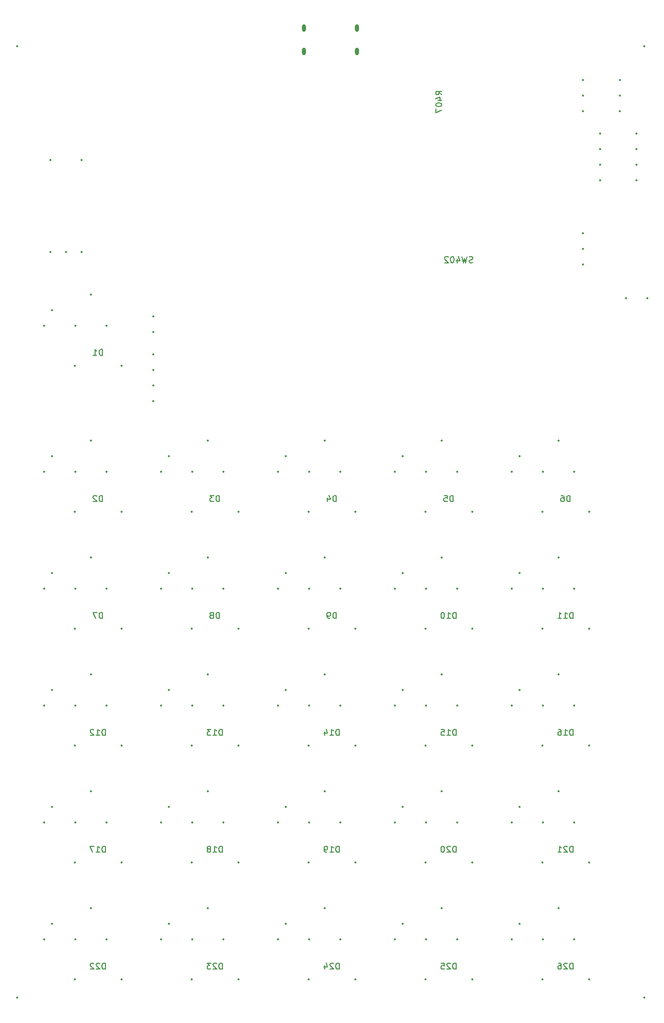
<source format=gbr>
%TF.GenerationSoftware,KiCad,Pcbnew,9.0.7*%
%TF.CreationDate,2026-03-01T07:38:40-05:00*%
%TF.ProjectId,Macropad,4d616372-6f70-4616-942e-6b696361645f,rev?*%
%TF.SameCoordinates,Original*%
%TF.FileFunction,Legend,Bot*%
%TF.FilePolarity,Positive*%
%FSLAX46Y46*%
G04 Gerber Fmt 4.6, Leading zero omitted, Abs format (unit mm)*
G04 Created by KiCad (PCBNEW 9.0.7) date 2026-03-01 07:38:40*
%MOMM*%
%LPD*%
G01*
G04 APERTURE LIST*
%ADD10C,0.150000*%
%ADD11C,0.350000*%
%ADD12O,0.600000X1.200000*%
G04 APERTURE END LIST*
D10*
X33479285Y-76272819D02*
X33479285Y-75272819D01*
X33479285Y-75272819D02*
X33241190Y-75272819D01*
X33241190Y-75272819D02*
X33098333Y-75320438D01*
X33098333Y-75320438D02*
X33003095Y-75415676D01*
X33003095Y-75415676D02*
X32955476Y-75510914D01*
X32955476Y-75510914D02*
X32907857Y-75701390D01*
X32907857Y-75701390D02*
X32907857Y-75844247D01*
X32907857Y-75844247D02*
X32955476Y-76034723D01*
X32955476Y-76034723D02*
X33003095Y-76129961D01*
X33003095Y-76129961D02*
X33098333Y-76225200D01*
X33098333Y-76225200D02*
X33241190Y-76272819D01*
X33241190Y-76272819D02*
X33479285Y-76272819D01*
X31955476Y-76272819D02*
X32526904Y-76272819D01*
X32241190Y-76272819D02*
X32241190Y-75272819D01*
X32241190Y-75272819D02*
X32336428Y-75415676D01*
X32336428Y-75415676D02*
X32431666Y-75510914D01*
X32431666Y-75510914D02*
X32526904Y-75558533D01*
X31622142Y-75272819D02*
X31003095Y-75272819D01*
X31003095Y-75272819D02*
X31336428Y-75653771D01*
X31336428Y-75653771D02*
X31193571Y-75653771D01*
X31193571Y-75653771D02*
X31098333Y-75701390D01*
X31098333Y-75701390D02*
X31050714Y-75749009D01*
X31050714Y-75749009D02*
X31003095Y-75844247D01*
X31003095Y-75844247D02*
X31003095Y-76082342D01*
X31003095Y-76082342D02*
X31050714Y-76177580D01*
X31050714Y-76177580D02*
X31098333Y-76225200D01*
X31098333Y-76225200D02*
X31193571Y-76272819D01*
X31193571Y-76272819D02*
X31479285Y-76272819D01*
X31479285Y-76272819D02*
X31574523Y-76225200D01*
X31574523Y-76225200D02*
X31622142Y-76177580D01*
X52529285Y-76272819D02*
X52529285Y-75272819D01*
X52529285Y-75272819D02*
X52291190Y-75272819D01*
X52291190Y-75272819D02*
X52148333Y-75320438D01*
X52148333Y-75320438D02*
X52053095Y-75415676D01*
X52053095Y-75415676D02*
X52005476Y-75510914D01*
X52005476Y-75510914D02*
X51957857Y-75701390D01*
X51957857Y-75701390D02*
X51957857Y-75844247D01*
X51957857Y-75844247D02*
X52005476Y-76034723D01*
X52005476Y-76034723D02*
X52053095Y-76129961D01*
X52053095Y-76129961D02*
X52148333Y-76225200D01*
X52148333Y-76225200D02*
X52291190Y-76272819D01*
X52291190Y-76272819D02*
X52529285Y-76272819D01*
X51005476Y-76272819D02*
X51576904Y-76272819D01*
X51291190Y-76272819D02*
X51291190Y-75272819D01*
X51291190Y-75272819D02*
X51386428Y-75415676D01*
X51386428Y-75415676D02*
X51481666Y-75510914D01*
X51481666Y-75510914D02*
X51576904Y-75558533D01*
X50148333Y-75606152D02*
X50148333Y-76272819D01*
X50386428Y-75225200D02*
X50624523Y-75939485D01*
X50624523Y-75939485D02*
X50005476Y-75939485D01*
X90629285Y-76272819D02*
X90629285Y-75272819D01*
X90629285Y-75272819D02*
X90391190Y-75272819D01*
X90391190Y-75272819D02*
X90248333Y-75320438D01*
X90248333Y-75320438D02*
X90153095Y-75415676D01*
X90153095Y-75415676D02*
X90105476Y-75510914D01*
X90105476Y-75510914D02*
X90057857Y-75701390D01*
X90057857Y-75701390D02*
X90057857Y-75844247D01*
X90057857Y-75844247D02*
X90105476Y-76034723D01*
X90105476Y-76034723D02*
X90153095Y-76129961D01*
X90153095Y-76129961D02*
X90248333Y-76225200D01*
X90248333Y-76225200D02*
X90391190Y-76272819D01*
X90391190Y-76272819D02*
X90629285Y-76272819D01*
X89105476Y-76272819D02*
X89676904Y-76272819D01*
X89391190Y-76272819D02*
X89391190Y-75272819D01*
X89391190Y-75272819D02*
X89486428Y-75415676D01*
X89486428Y-75415676D02*
X89581666Y-75510914D01*
X89581666Y-75510914D02*
X89676904Y-75558533D01*
X88248333Y-75272819D02*
X88438809Y-75272819D01*
X88438809Y-75272819D02*
X88534047Y-75320438D01*
X88534047Y-75320438D02*
X88581666Y-75368057D01*
X88581666Y-75368057D02*
X88676904Y-75510914D01*
X88676904Y-75510914D02*
X88724523Y-75701390D01*
X88724523Y-75701390D02*
X88724523Y-76082342D01*
X88724523Y-76082342D02*
X88676904Y-76177580D01*
X88676904Y-76177580D02*
X88629285Y-76225200D01*
X88629285Y-76225200D02*
X88534047Y-76272819D01*
X88534047Y-76272819D02*
X88343571Y-76272819D01*
X88343571Y-76272819D02*
X88248333Y-76225200D01*
X88248333Y-76225200D02*
X88200714Y-76177580D01*
X88200714Y-76177580D02*
X88153095Y-76082342D01*
X88153095Y-76082342D02*
X88153095Y-75844247D01*
X88153095Y-75844247D02*
X88200714Y-75749009D01*
X88200714Y-75749009D02*
X88248333Y-75701390D01*
X88248333Y-75701390D02*
X88343571Y-75653771D01*
X88343571Y-75653771D02*
X88534047Y-75653771D01*
X88534047Y-75653771D02*
X88629285Y-75701390D01*
X88629285Y-75701390D02*
X88676904Y-75749009D01*
X88676904Y-75749009D02*
X88724523Y-75844247D01*
X52053094Y-57222819D02*
X52053094Y-56222819D01*
X52053094Y-56222819D02*
X51814999Y-56222819D01*
X51814999Y-56222819D02*
X51672142Y-56270438D01*
X51672142Y-56270438D02*
X51576904Y-56365676D01*
X51576904Y-56365676D02*
X51529285Y-56460914D01*
X51529285Y-56460914D02*
X51481666Y-56651390D01*
X51481666Y-56651390D02*
X51481666Y-56794247D01*
X51481666Y-56794247D02*
X51529285Y-56984723D01*
X51529285Y-56984723D02*
X51576904Y-57079961D01*
X51576904Y-57079961D02*
X51672142Y-57175200D01*
X51672142Y-57175200D02*
X51814999Y-57222819D01*
X51814999Y-57222819D02*
X52053094Y-57222819D01*
X51005475Y-57222819D02*
X50814999Y-57222819D01*
X50814999Y-57222819D02*
X50719761Y-57175200D01*
X50719761Y-57175200D02*
X50672142Y-57127580D01*
X50672142Y-57127580D02*
X50576904Y-56984723D01*
X50576904Y-56984723D02*
X50529285Y-56794247D01*
X50529285Y-56794247D02*
X50529285Y-56413295D01*
X50529285Y-56413295D02*
X50576904Y-56318057D01*
X50576904Y-56318057D02*
X50624523Y-56270438D01*
X50624523Y-56270438D02*
X50719761Y-56222819D01*
X50719761Y-56222819D02*
X50910237Y-56222819D01*
X50910237Y-56222819D02*
X51005475Y-56270438D01*
X51005475Y-56270438D02*
X51053094Y-56318057D01*
X51053094Y-56318057D02*
X51100713Y-56413295D01*
X51100713Y-56413295D02*
X51100713Y-56651390D01*
X51100713Y-56651390D02*
X51053094Y-56746628D01*
X51053094Y-56746628D02*
X51005475Y-56794247D01*
X51005475Y-56794247D02*
X50910237Y-56841866D01*
X50910237Y-56841866D02*
X50719761Y-56841866D01*
X50719761Y-56841866D02*
X50624523Y-56794247D01*
X50624523Y-56794247D02*
X50576904Y-56746628D01*
X50576904Y-56746628D02*
X50529285Y-56651390D01*
X13953094Y-14359819D02*
X13953094Y-13359819D01*
X13953094Y-13359819D02*
X13714999Y-13359819D01*
X13714999Y-13359819D02*
X13572142Y-13407438D01*
X13572142Y-13407438D02*
X13476904Y-13502676D01*
X13476904Y-13502676D02*
X13429285Y-13597914D01*
X13429285Y-13597914D02*
X13381666Y-13788390D01*
X13381666Y-13788390D02*
X13381666Y-13931247D01*
X13381666Y-13931247D02*
X13429285Y-14121723D01*
X13429285Y-14121723D02*
X13476904Y-14216961D01*
X13476904Y-14216961D02*
X13572142Y-14312200D01*
X13572142Y-14312200D02*
X13714999Y-14359819D01*
X13714999Y-14359819D02*
X13953094Y-14359819D01*
X12429285Y-14359819D02*
X13000713Y-14359819D01*
X12714999Y-14359819D02*
X12714999Y-13359819D01*
X12714999Y-13359819D02*
X12810237Y-13502676D01*
X12810237Y-13502676D02*
X12905475Y-13597914D01*
X12905475Y-13597914D02*
X13000713Y-13645533D01*
X71579285Y-57222819D02*
X71579285Y-56222819D01*
X71579285Y-56222819D02*
X71341190Y-56222819D01*
X71341190Y-56222819D02*
X71198333Y-56270438D01*
X71198333Y-56270438D02*
X71103095Y-56365676D01*
X71103095Y-56365676D02*
X71055476Y-56460914D01*
X71055476Y-56460914D02*
X71007857Y-56651390D01*
X71007857Y-56651390D02*
X71007857Y-56794247D01*
X71007857Y-56794247D02*
X71055476Y-56984723D01*
X71055476Y-56984723D02*
X71103095Y-57079961D01*
X71103095Y-57079961D02*
X71198333Y-57175200D01*
X71198333Y-57175200D02*
X71341190Y-57222819D01*
X71341190Y-57222819D02*
X71579285Y-57222819D01*
X70055476Y-57222819D02*
X70626904Y-57222819D01*
X70341190Y-57222819D02*
X70341190Y-56222819D01*
X70341190Y-56222819D02*
X70436428Y-56365676D01*
X70436428Y-56365676D02*
X70531666Y-56460914D01*
X70531666Y-56460914D02*
X70626904Y-56508533D01*
X69436428Y-56222819D02*
X69341190Y-56222819D01*
X69341190Y-56222819D02*
X69245952Y-56270438D01*
X69245952Y-56270438D02*
X69198333Y-56318057D01*
X69198333Y-56318057D02*
X69150714Y-56413295D01*
X69150714Y-56413295D02*
X69103095Y-56603771D01*
X69103095Y-56603771D02*
X69103095Y-56841866D01*
X69103095Y-56841866D02*
X69150714Y-57032342D01*
X69150714Y-57032342D02*
X69198333Y-57127580D01*
X69198333Y-57127580D02*
X69245952Y-57175200D01*
X69245952Y-57175200D02*
X69341190Y-57222819D01*
X69341190Y-57222819D02*
X69436428Y-57222819D01*
X69436428Y-57222819D02*
X69531666Y-57175200D01*
X69531666Y-57175200D02*
X69579285Y-57127580D01*
X69579285Y-57127580D02*
X69626904Y-57032342D01*
X69626904Y-57032342D02*
X69674523Y-56841866D01*
X69674523Y-56841866D02*
X69674523Y-56603771D01*
X69674523Y-56603771D02*
X69626904Y-56413295D01*
X69626904Y-56413295D02*
X69579285Y-56318057D01*
X69579285Y-56318057D02*
X69531666Y-56270438D01*
X69531666Y-56270438D02*
X69436428Y-56222819D01*
X71103094Y-38171819D02*
X71103094Y-37171819D01*
X71103094Y-37171819D02*
X70864999Y-37171819D01*
X70864999Y-37171819D02*
X70722142Y-37219438D01*
X70722142Y-37219438D02*
X70626904Y-37314676D01*
X70626904Y-37314676D02*
X70579285Y-37409914D01*
X70579285Y-37409914D02*
X70531666Y-37600390D01*
X70531666Y-37600390D02*
X70531666Y-37743247D01*
X70531666Y-37743247D02*
X70579285Y-37933723D01*
X70579285Y-37933723D02*
X70626904Y-38028961D01*
X70626904Y-38028961D02*
X70722142Y-38124200D01*
X70722142Y-38124200D02*
X70864999Y-38171819D01*
X70864999Y-38171819D02*
X71103094Y-38171819D01*
X69626904Y-37171819D02*
X70103094Y-37171819D01*
X70103094Y-37171819D02*
X70150713Y-37648009D01*
X70150713Y-37648009D02*
X70103094Y-37600390D01*
X70103094Y-37600390D02*
X70007856Y-37552771D01*
X70007856Y-37552771D02*
X69769761Y-37552771D01*
X69769761Y-37552771D02*
X69674523Y-37600390D01*
X69674523Y-37600390D02*
X69626904Y-37648009D01*
X69626904Y-37648009D02*
X69579285Y-37743247D01*
X69579285Y-37743247D02*
X69579285Y-37981342D01*
X69579285Y-37981342D02*
X69626904Y-38076580D01*
X69626904Y-38076580D02*
X69674523Y-38124200D01*
X69674523Y-38124200D02*
X69769761Y-38171819D01*
X69769761Y-38171819D02*
X70007856Y-38171819D01*
X70007856Y-38171819D02*
X70103094Y-38124200D01*
X70103094Y-38124200D02*
X70150713Y-38076580D01*
X74285713Y792800D02*
X74142856Y745180D01*
X74142856Y745180D02*
X73904761Y745180D01*
X73904761Y745180D02*
X73809523Y792800D01*
X73809523Y792800D02*
X73761904Y840419D01*
X73761904Y840419D02*
X73714285Y935657D01*
X73714285Y935657D02*
X73714285Y1030895D01*
X73714285Y1030895D02*
X73761904Y1126133D01*
X73761904Y1126133D02*
X73809523Y1173752D01*
X73809523Y1173752D02*
X73904761Y1221371D01*
X73904761Y1221371D02*
X74095237Y1268990D01*
X74095237Y1268990D02*
X74190475Y1316609D01*
X74190475Y1316609D02*
X74238094Y1364228D01*
X74238094Y1364228D02*
X74285713Y1459466D01*
X74285713Y1459466D02*
X74285713Y1554704D01*
X74285713Y1554704D02*
X74238094Y1649942D01*
X74238094Y1649942D02*
X74190475Y1697561D01*
X74190475Y1697561D02*
X74095237Y1745180D01*
X74095237Y1745180D02*
X73857142Y1745180D01*
X73857142Y1745180D02*
X73714285Y1697561D01*
X73380951Y1745180D02*
X73142856Y745180D01*
X73142856Y745180D02*
X72952380Y1459466D01*
X72952380Y1459466D02*
X72761904Y745180D01*
X72761904Y745180D02*
X72523809Y1745180D01*
X71714285Y1411847D02*
X71714285Y745180D01*
X71952380Y1792800D02*
X72190475Y1078514D01*
X72190475Y1078514D02*
X71571428Y1078514D01*
X70999999Y1745180D02*
X70904761Y1745180D01*
X70904761Y1745180D02*
X70809523Y1697561D01*
X70809523Y1697561D02*
X70761904Y1649942D01*
X70761904Y1649942D02*
X70714285Y1554704D01*
X70714285Y1554704D02*
X70666666Y1364228D01*
X70666666Y1364228D02*
X70666666Y1126133D01*
X70666666Y1126133D02*
X70714285Y935657D01*
X70714285Y935657D02*
X70761904Y840419D01*
X70761904Y840419D02*
X70809523Y792800D01*
X70809523Y792800D02*
X70904761Y745180D01*
X70904761Y745180D02*
X70999999Y745180D01*
X70999999Y745180D02*
X71095237Y792800D01*
X71095237Y792800D02*
X71142856Y840419D01*
X71142856Y840419D02*
X71190475Y935657D01*
X71190475Y935657D02*
X71238094Y1126133D01*
X71238094Y1126133D02*
X71238094Y1364228D01*
X71238094Y1364228D02*
X71190475Y1554704D01*
X71190475Y1554704D02*
X71142856Y1649942D01*
X71142856Y1649942D02*
X71095237Y1697561D01*
X71095237Y1697561D02*
X70999999Y1745180D01*
X70285713Y1649942D02*
X70238094Y1697561D01*
X70238094Y1697561D02*
X70142856Y1745180D01*
X70142856Y1745180D02*
X69904761Y1745180D01*
X69904761Y1745180D02*
X69809523Y1697561D01*
X69809523Y1697561D02*
X69761904Y1649942D01*
X69761904Y1649942D02*
X69714285Y1554704D01*
X69714285Y1554704D02*
X69714285Y1459466D01*
X69714285Y1459466D02*
X69761904Y1316609D01*
X69761904Y1316609D02*
X70333332Y745180D01*
X70333332Y745180D02*
X69714285Y745180D01*
X52053094Y-38171819D02*
X52053094Y-37171819D01*
X52053094Y-37171819D02*
X51814999Y-37171819D01*
X51814999Y-37171819D02*
X51672142Y-37219438D01*
X51672142Y-37219438D02*
X51576904Y-37314676D01*
X51576904Y-37314676D02*
X51529285Y-37409914D01*
X51529285Y-37409914D02*
X51481666Y-37600390D01*
X51481666Y-37600390D02*
X51481666Y-37743247D01*
X51481666Y-37743247D02*
X51529285Y-37933723D01*
X51529285Y-37933723D02*
X51576904Y-38028961D01*
X51576904Y-38028961D02*
X51672142Y-38124200D01*
X51672142Y-38124200D02*
X51814999Y-38171819D01*
X51814999Y-38171819D02*
X52053094Y-38171819D01*
X50624523Y-37505152D02*
X50624523Y-38171819D01*
X50862618Y-37124200D02*
X51100713Y-37838485D01*
X51100713Y-37838485D02*
X50481666Y-37838485D01*
X90153094Y-38171819D02*
X90153094Y-37171819D01*
X90153094Y-37171819D02*
X89914999Y-37171819D01*
X89914999Y-37171819D02*
X89772142Y-37219438D01*
X89772142Y-37219438D02*
X89676904Y-37314676D01*
X89676904Y-37314676D02*
X89629285Y-37409914D01*
X89629285Y-37409914D02*
X89581666Y-37600390D01*
X89581666Y-37600390D02*
X89581666Y-37743247D01*
X89581666Y-37743247D02*
X89629285Y-37933723D01*
X89629285Y-37933723D02*
X89676904Y-38028961D01*
X89676904Y-38028961D02*
X89772142Y-38124200D01*
X89772142Y-38124200D02*
X89914999Y-38171819D01*
X89914999Y-38171819D02*
X90153094Y-38171819D01*
X88724523Y-37171819D02*
X88914999Y-37171819D01*
X88914999Y-37171819D02*
X89010237Y-37219438D01*
X89010237Y-37219438D02*
X89057856Y-37267057D01*
X89057856Y-37267057D02*
X89153094Y-37409914D01*
X89153094Y-37409914D02*
X89200713Y-37600390D01*
X89200713Y-37600390D02*
X89200713Y-37981342D01*
X89200713Y-37981342D02*
X89153094Y-38076580D01*
X89153094Y-38076580D02*
X89105475Y-38124200D01*
X89105475Y-38124200D02*
X89010237Y-38171819D01*
X89010237Y-38171819D02*
X88819761Y-38171819D01*
X88819761Y-38171819D02*
X88724523Y-38124200D01*
X88724523Y-38124200D02*
X88676904Y-38076580D01*
X88676904Y-38076580D02*
X88629285Y-37981342D01*
X88629285Y-37981342D02*
X88629285Y-37743247D01*
X88629285Y-37743247D02*
X88676904Y-37648009D01*
X88676904Y-37648009D02*
X88724523Y-37600390D01*
X88724523Y-37600390D02*
X88819761Y-37552771D01*
X88819761Y-37552771D02*
X89010237Y-37552771D01*
X89010237Y-37552771D02*
X89105475Y-37600390D01*
X89105475Y-37600390D02*
X89153094Y-37648009D01*
X89153094Y-37648009D02*
X89200713Y-37743247D01*
X13953094Y-38171819D02*
X13953094Y-37171819D01*
X13953094Y-37171819D02*
X13714999Y-37171819D01*
X13714999Y-37171819D02*
X13572142Y-37219438D01*
X13572142Y-37219438D02*
X13476904Y-37314676D01*
X13476904Y-37314676D02*
X13429285Y-37409914D01*
X13429285Y-37409914D02*
X13381666Y-37600390D01*
X13381666Y-37600390D02*
X13381666Y-37743247D01*
X13381666Y-37743247D02*
X13429285Y-37933723D01*
X13429285Y-37933723D02*
X13476904Y-38028961D01*
X13476904Y-38028961D02*
X13572142Y-38124200D01*
X13572142Y-38124200D02*
X13714999Y-38171819D01*
X13714999Y-38171819D02*
X13953094Y-38171819D01*
X13000713Y-37267057D02*
X12953094Y-37219438D01*
X12953094Y-37219438D02*
X12857856Y-37171819D01*
X12857856Y-37171819D02*
X12619761Y-37171819D01*
X12619761Y-37171819D02*
X12524523Y-37219438D01*
X12524523Y-37219438D02*
X12476904Y-37267057D01*
X12476904Y-37267057D02*
X12429285Y-37362295D01*
X12429285Y-37362295D02*
X12429285Y-37457533D01*
X12429285Y-37457533D02*
X12476904Y-37600390D01*
X12476904Y-37600390D02*
X13048332Y-38171819D01*
X13048332Y-38171819D02*
X12429285Y-38171819D01*
X33479285Y-114372819D02*
X33479285Y-113372819D01*
X33479285Y-113372819D02*
X33241190Y-113372819D01*
X33241190Y-113372819D02*
X33098333Y-113420438D01*
X33098333Y-113420438D02*
X33003095Y-113515676D01*
X33003095Y-113515676D02*
X32955476Y-113610914D01*
X32955476Y-113610914D02*
X32907857Y-113801390D01*
X32907857Y-113801390D02*
X32907857Y-113944247D01*
X32907857Y-113944247D02*
X32955476Y-114134723D01*
X32955476Y-114134723D02*
X33003095Y-114229961D01*
X33003095Y-114229961D02*
X33098333Y-114325200D01*
X33098333Y-114325200D02*
X33241190Y-114372819D01*
X33241190Y-114372819D02*
X33479285Y-114372819D01*
X32526904Y-113468057D02*
X32479285Y-113420438D01*
X32479285Y-113420438D02*
X32384047Y-113372819D01*
X32384047Y-113372819D02*
X32145952Y-113372819D01*
X32145952Y-113372819D02*
X32050714Y-113420438D01*
X32050714Y-113420438D02*
X32003095Y-113468057D01*
X32003095Y-113468057D02*
X31955476Y-113563295D01*
X31955476Y-113563295D02*
X31955476Y-113658533D01*
X31955476Y-113658533D02*
X32003095Y-113801390D01*
X32003095Y-113801390D02*
X32574523Y-114372819D01*
X32574523Y-114372819D02*
X31955476Y-114372819D01*
X31622142Y-113372819D02*
X31003095Y-113372819D01*
X31003095Y-113372819D02*
X31336428Y-113753771D01*
X31336428Y-113753771D02*
X31193571Y-113753771D01*
X31193571Y-113753771D02*
X31098333Y-113801390D01*
X31098333Y-113801390D02*
X31050714Y-113849009D01*
X31050714Y-113849009D02*
X31003095Y-113944247D01*
X31003095Y-113944247D02*
X31003095Y-114182342D01*
X31003095Y-114182342D02*
X31050714Y-114277580D01*
X31050714Y-114277580D02*
X31098333Y-114325200D01*
X31098333Y-114325200D02*
X31193571Y-114372819D01*
X31193571Y-114372819D02*
X31479285Y-114372819D01*
X31479285Y-114372819D02*
X31574523Y-114325200D01*
X31574523Y-114325200D02*
X31622142Y-114277580D01*
X33003094Y-38171819D02*
X33003094Y-37171819D01*
X33003094Y-37171819D02*
X32764999Y-37171819D01*
X32764999Y-37171819D02*
X32622142Y-37219438D01*
X32622142Y-37219438D02*
X32526904Y-37314676D01*
X32526904Y-37314676D02*
X32479285Y-37409914D01*
X32479285Y-37409914D02*
X32431666Y-37600390D01*
X32431666Y-37600390D02*
X32431666Y-37743247D01*
X32431666Y-37743247D02*
X32479285Y-37933723D01*
X32479285Y-37933723D02*
X32526904Y-38028961D01*
X32526904Y-38028961D02*
X32622142Y-38124200D01*
X32622142Y-38124200D02*
X32764999Y-38171819D01*
X32764999Y-38171819D02*
X33003094Y-38171819D01*
X32098332Y-37171819D02*
X31479285Y-37171819D01*
X31479285Y-37171819D02*
X31812618Y-37552771D01*
X31812618Y-37552771D02*
X31669761Y-37552771D01*
X31669761Y-37552771D02*
X31574523Y-37600390D01*
X31574523Y-37600390D02*
X31526904Y-37648009D01*
X31526904Y-37648009D02*
X31479285Y-37743247D01*
X31479285Y-37743247D02*
X31479285Y-37981342D01*
X31479285Y-37981342D02*
X31526904Y-38076580D01*
X31526904Y-38076580D02*
X31574523Y-38124200D01*
X31574523Y-38124200D02*
X31669761Y-38171819D01*
X31669761Y-38171819D02*
X31955475Y-38171819D01*
X31955475Y-38171819D02*
X32050713Y-38124200D01*
X32050713Y-38124200D02*
X32098332Y-38076580D01*
X52529285Y-95321819D02*
X52529285Y-94321819D01*
X52529285Y-94321819D02*
X52291190Y-94321819D01*
X52291190Y-94321819D02*
X52148333Y-94369438D01*
X52148333Y-94369438D02*
X52053095Y-94464676D01*
X52053095Y-94464676D02*
X52005476Y-94559914D01*
X52005476Y-94559914D02*
X51957857Y-94750390D01*
X51957857Y-94750390D02*
X51957857Y-94893247D01*
X51957857Y-94893247D02*
X52005476Y-95083723D01*
X52005476Y-95083723D02*
X52053095Y-95178961D01*
X52053095Y-95178961D02*
X52148333Y-95274200D01*
X52148333Y-95274200D02*
X52291190Y-95321819D01*
X52291190Y-95321819D02*
X52529285Y-95321819D01*
X51005476Y-95321819D02*
X51576904Y-95321819D01*
X51291190Y-95321819D02*
X51291190Y-94321819D01*
X51291190Y-94321819D02*
X51386428Y-94464676D01*
X51386428Y-94464676D02*
X51481666Y-94559914D01*
X51481666Y-94559914D02*
X51576904Y-94607533D01*
X50529285Y-95321819D02*
X50338809Y-95321819D01*
X50338809Y-95321819D02*
X50243571Y-95274200D01*
X50243571Y-95274200D02*
X50195952Y-95226580D01*
X50195952Y-95226580D02*
X50100714Y-95083723D01*
X50100714Y-95083723D02*
X50053095Y-94893247D01*
X50053095Y-94893247D02*
X50053095Y-94512295D01*
X50053095Y-94512295D02*
X50100714Y-94417057D01*
X50100714Y-94417057D02*
X50148333Y-94369438D01*
X50148333Y-94369438D02*
X50243571Y-94321819D01*
X50243571Y-94321819D02*
X50434047Y-94321819D01*
X50434047Y-94321819D02*
X50529285Y-94369438D01*
X50529285Y-94369438D02*
X50576904Y-94417057D01*
X50576904Y-94417057D02*
X50624523Y-94512295D01*
X50624523Y-94512295D02*
X50624523Y-94750390D01*
X50624523Y-94750390D02*
X50576904Y-94845628D01*
X50576904Y-94845628D02*
X50529285Y-94893247D01*
X50529285Y-94893247D02*
X50434047Y-94940866D01*
X50434047Y-94940866D02*
X50243571Y-94940866D01*
X50243571Y-94940866D02*
X50148333Y-94893247D01*
X50148333Y-94893247D02*
X50100714Y-94845628D01*
X50100714Y-94845628D02*
X50053095Y-94750390D01*
X52529285Y-114372819D02*
X52529285Y-113372819D01*
X52529285Y-113372819D02*
X52291190Y-113372819D01*
X52291190Y-113372819D02*
X52148333Y-113420438D01*
X52148333Y-113420438D02*
X52053095Y-113515676D01*
X52053095Y-113515676D02*
X52005476Y-113610914D01*
X52005476Y-113610914D02*
X51957857Y-113801390D01*
X51957857Y-113801390D02*
X51957857Y-113944247D01*
X51957857Y-113944247D02*
X52005476Y-114134723D01*
X52005476Y-114134723D02*
X52053095Y-114229961D01*
X52053095Y-114229961D02*
X52148333Y-114325200D01*
X52148333Y-114325200D02*
X52291190Y-114372819D01*
X52291190Y-114372819D02*
X52529285Y-114372819D01*
X51576904Y-113468057D02*
X51529285Y-113420438D01*
X51529285Y-113420438D02*
X51434047Y-113372819D01*
X51434047Y-113372819D02*
X51195952Y-113372819D01*
X51195952Y-113372819D02*
X51100714Y-113420438D01*
X51100714Y-113420438D02*
X51053095Y-113468057D01*
X51053095Y-113468057D02*
X51005476Y-113563295D01*
X51005476Y-113563295D02*
X51005476Y-113658533D01*
X51005476Y-113658533D02*
X51053095Y-113801390D01*
X51053095Y-113801390D02*
X51624523Y-114372819D01*
X51624523Y-114372819D02*
X51005476Y-114372819D01*
X50148333Y-113706152D02*
X50148333Y-114372819D01*
X50386428Y-113325200D02*
X50624523Y-114039485D01*
X50624523Y-114039485D02*
X50005476Y-114039485D01*
X71579285Y-76272819D02*
X71579285Y-75272819D01*
X71579285Y-75272819D02*
X71341190Y-75272819D01*
X71341190Y-75272819D02*
X71198333Y-75320438D01*
X71198333Y-75320438D02*
X71103095Y-75415676D01*
X71103095Y-75415676D02*
X71055476Y-75510914D01*
X71055476Y-75510914D02*
X71007857Y-75701390D01*
X71007857Y-75701390D02*
X71007857Y-75844247D01*
X71007857Y-75844247D02*
X71055476Y-76034723D01*
X71055476Y-76034723D02*
X71103095Y-76129961D01*
X71103095Y-76129961D02*
X71198333Y-76225200D01*
X71198333Y-76225200D02*
X71341190Y-76272819D01*
X71341190Y-76272819D02*
X71579285Y-76272819D01*
X70055476Y-76272819D02*
X70626904Y-76272819D01*
X70341190Y-76272819D02*
X70341190Y-75272819D01*
X70341190Y-75272819D02*
X70436428Y-75415676D01*
X70436428Y-75415676D02*
X70531666Y-75510914D01*
X70531666Y-75510914D02*
X70626904Y-75558533D01*
X69150714Y-75272819D02*
X69626904Y-75272819D01*
X69626904Y-75272819D02*
X69674523Y-75749009D01*
X69674523Y-75749009D02*
X69626904Y-75701390D01*
X69626904Y-75701390D02*
X69531666Y-75653771D01*
X69531666Y-75653771D02*
X69293571Y-75653771D01*
X69293571Y-75653771D02*
X69198333Y-75701390D01*
X69198333Y-75701390D02*
X69150714Y-75749009D01*
X69150714Y-75749009D02*
X69103095Y-75844247D01*
X69103095Y-75844247D02*
X69103095Y-76082342D01*
X69103095Y-76082342D02*
X69150714Y-76177580D01*
X69150714Y-76177580D02*
X69198333Y-76225200D01*
X69198333Y-76225200D02*
X69293571Y-76272819D01*
X69293571Y-76272819D02*
X69531666Y-76272819D01*
X69531666Y-76272819D02*
X69626904Y-76225200D01*
X69626904Y-76225200D02*
X69674523Y-76177580D01*
X69254819Y28119047D02*
X68778628Y28452380D01*
X69254819Y28690475D02*
X68254819Y28690475D01*
X68254819Y28690475D02*
X68254819Y28309523D01*
X68254819Y28309523D02*
X68302438Y28214285D01*
X68302438Y28214285D02*
X68350057Y28166666D01*
X68350057Y28166666D02*
X68445295Y28119047D01*
X68445295Y28119047D02*
X68588152Y28119047D01*
X68588152Y28119047D02*
X68683390Y28166666D01*
X68683390Y28166666D02*
X68731009Y28214285D01*
X68731009Y28214285D02*
X68778628Y28309523D01*
X68778628Y28309523D02*
X68778628Y28690475D01*
X68588152Y27261904D02*
X69254819Y27261904D01*
X68207200Y27499999D02*
X68921485Y27738094D01*
X68921485Y27738094D02*
X68921485Y27119047D01*
X68254819Y26547618D02*
X68254819Y26452380D01*
X68254819Y26452380D02*
X68302438Y26357142D01*
X68302438Y26357142D02*
X68350057Y26309523D01*
X68350057Y26309523D02*
X68445295Y26261904D01*
X68445295Y26261904D02*
X68635771Y26214285D01*
X68635771Y26214285D02*
X68873866Y26214285D01*
X68873866Y26214285D02*
X69064342Y26261904D01*
X69064342Y26261904D02*
X69159580Y26309523D01*
X69159580Y26309523D02*
X69207200Y26357142D01*
X69207200Y26357142D02*
X69254819Y26452380D01*
X69254819Y26452380D02*
X69254819Y26547618D01*
X69254819Y26547618D02*
X69207200Y26642856D01*
X69207200Y26642856D02*
X69159580Y26690475D01*
X69159580Y26690475D02*
X69064342Y26738094D01*
X69064342Y26738094D02*
X68873866Y26785713D01*
X68873866Y26785713D02*
X68635771Y26785713D01*
X68635771Y26785713D02*
X68445295Y26738094D01*
X68445295Y26738094D02*
X68350057Y26690475D01*
X68350057Y26690475D02*
X68302438Y26642856D01*
X68302438Y26642856D02*
X68254819Y26547618D01*
X68254819Y25880951D02*
X68254819Y25214285D01*
X68254819Y25214285D02*
X69254819Y25642856D01*
X71579285Y-114372819D02*
X71579285Y-113372819D01*
X71579285Y-113372819D02*
X71341190Y-113372819D01*
X71341190Y-113372819D02*
X71198333Y-113420438D01*
X71198333Y-113420438D02*
X71103095Y-113515676D01*
X71103095Y-113515676D02*
X71055476Y-113610914D01*
X71055476Y-113610914D02*
X71007857Y-113801390D01*
X71007857Y-113801390D02*
X71007857Y-113944247D01*
X71007857Y-113944247D02*
X71055476Y-114134723D01*
X71055476Y-114134723D02*
X71103095Y-114229961D01*
X71103095Y-114229961D02*
X71198333Y-114325200D01*
X71198333Y-114325200D02*
X71341190Y-114372819D01*
X71341190Y-114372819D02*
X71579285Y-114372819D01*
X70626904Y-113468057D02*
X70579285Y-113420438D01*
X70579285Y-113420438D02*
X70484047Y-113372819D01*
X70484047Y-113372819D02*
X70245952Y-113372819D01*
X70245952Y-113372819D02*
X70150714Y-113420438D01*
X70150714Y-113420438D02*
X70103095Y-113468057D01*
X70103095Y-113468057D02*
X70055476Y-113563295D01*
X70055476Y-113563295D02*
X70055476Y-113658533D01*
X70055476Y-113658533D02*
X70103095Y-113801390D01*
X70103095Y-113801390D02*
X70674523Y-114372819D01*
X70674523Y-114372819D02*
X70055476Y-114372819D01*
X69150714Y-113372819D02*
X69626904Y-113372819D01*
X69626904Y-113372819D02*
X69674523Y-113849009D01*
X69674523Y-113849009D02*
X69626904Y-113801390D01*
X69626904Y-113801390D02*
X69531666Y-113753771D01*
X69531666Y-113753771D02*
X69293571Y-113753771D01*
X69293571Y-113753771D02*
X69198333Y-113801390D01*
X69198333Y-113801390D02*
X69150714Y-113849009D01*
X69150714Y-113849009D02*
X69103095Y-113944247D01*
X69103095Y-113944247D02*
X69103095Y-114182342D01*
X69103095Y-114182342D02*
X69150714Y-114277580D01*
X69150714Y-114277580D02*
X69198333Y-114325200D01*
X69198333Y-114325200D02*
X69293571Y-114372819D01*
X69293571Y-114372819D02*
X69531666Y-114372819D01*
X69531666Y-114372819D02*
X69626904Y-114325200D01*
X69626904Y-114325200D02*
X69674523Y-114277580D01*
X33479285Y-95321819D02*
X33479285Y-94321819D01*
X33479285Y-94321819D02*
X33241190Y-94321819D01*
X33241190Y-94321819D02*
X33098333Y-94369438D01*
X33098333Y-94369438D02*
X33003095Y-94464676D01*
X33003095Y-94464676D02*
X32955476Y-94559914D01*
X32955476Y-94559914D02*
X32907857Y-94750390D01*
X32907857Y-94750390D02*
X32907857Y-94893247D01*
X32907857Y-94893247D02*
X32955476Y-95083723D01*
X32955476Y-95083723D02*
X33003095Y-95178961D01*
X33003095Y-95178961D02*
X33098333Y-95274200D01*
X33098333Y-95274200D02*
X33241190Y-95321819D01*
X33241190Y-95321819D02*
X33479285Y-95321819D01*
X31955476Y-95321819D02*
X32526904Y-95321819D01*
X32241190Y-95321819D02*
X32241190Y-94321819D01*
X32241190Y-94321819D02*
X32336428Y-94464676D01*
X32336428Y-94464676D02*
X32431666Y-94559914D01*
X32431666Y-94559914D02*
X32526904Y-94607533D01*
X31384047Y-94750390D02*
X31479285Y-94702771D01*
X31479285Y-94702771D02*
X31526904Y-94655152D01*
X31526904Y-94655152D02*
X31574523Y-94559914D01*
X31574523Y-94559914D02*
X31574523Y-94512295D01*
X31574523Y-94512295D02*
X31526904Y-94417057D01*
X31526904Y-94417057D02*
X31479285Y-94369438D01*
X31479285Y-94369438D02*
X31384047Y-94321819D01*
X31384047Y-94321819D02*
X31193571Y-94321819D01*
X31193571Y-94321819D02*
X31098333Y-94369438D01*
X31098333Y-94369438D02*
X31050714Y-94417057D01*
X31050714Y-94417057D02*
X31003095Y-94512295D01*
X31003095Y-94512295D02*
X31003095Y-94559914D01*
X31003095Y-94559914D02*
X31050714Y-94655152D01*
X31050714Y-94655152D02*
X31098333Y-94702771D01*
X31098333Y-94702771D02*
X31193571Y-94750390D01*
X31193571Y-94750390D02*
X31384047Y-94750390D01*
X31384047Y-94750390D02*
X31479285Y-94798009D01*
X31479285Y-94798009D02*
X31526904Y-94845628D01*
X31526904Y-94845628D02*
X31574523Y-94940866D01*
X31574523Y-94940866D02*
X31574523Y-95131342D01*
X31574523Y-95131342D02*
X31526904Y-95226580D01*
X31526904Y-95226580D02*
X31479285Y-95274200D01*
X31479285Y-95274200D02*
X31384047Y-95321819D01*
X31384047Y-95321819D02*
X31193571Y-95321819D01*
X31193571Y-95321819D02*
X31098333Y-95274200D01*
X31098333Y-95274200D02*
X31050714Y-95226580D01*
X31050714Y-95226580D02*
X31003095Y-95131342D01*
X31003095Y-95131342D02*
X31003095Y-94940866D01*
X31003095Y-94940866D02*
X31050714Y-94845628D01*
X31050714Y-94845628D02*
X31098333Y-94798009D01*
X31098333Y-94798009D02*
X31193571Y-94750390D01*
X14429285Y-76272819D02*
X14429285Y-75272819D01*
X14429285Y-75272819D02*
X14191190Y-75272819D01*
X14191190Y-75272819D02*
X14048333Y-75320438D01*
X14048333Y-75320438D02*
X13953095Y-75415676D01*
X13953095Y-75415676D02*
X13905476Y-75510914D01*
X13905476Y-75510914D02*
X13857857Y-75701390D01*
X13857857Y-75701390D02*
X13857857Y-75844247D01*
X13857857Y-75844247D02*
X13905476Y-76034723D01*
X13905476Y-76034723D02*
X13953095Y-76129961D01*
X13953095Y-76129961D02*
X14048333Y-76225200D01*
X14048333Y-76225200D02*
X14191190Y-76272819D01*
X14191190Y-76272819D02*
X14429285Y-76272819D01*
X12905476Y-76272819D02*
X13476904Y-76272819D01*
X13191190Y-76272819D02*
X13191190Y-75272819D01*
X13191190Y-75272819D02*
X13286428Y-75415676D01*
X13286428Y-75415676D02*
X13381666Y-75510914D01*
X13381666Y-75510914D02*
X13476904Y-75558533D01*
X12524523Y-75368057D02*
X12476904Y-75320438D01*
X12476904Y-75320438D02*
X12381666Y-75272819D01*
X12381666Y-75272819D02*
X12143571Y-75272819D01*
X12143571Y-75272819D02*
X12048333Y-75320438D01*
X12048333Y-75320438D02*
X12000714Y-75368057D01*
X12000714Y-75368057D02*
X11953095Y-75463295D01*
X11953095Y-75463295D02*
X11953095Y-75558533D01*
X11953095Y-75558533D02*
X12000714Y-75701390D01*
X12000714Y-75701390D02*
X12572142Y-76272819D01*
X12572142Y-76272819D02*
X11953095Y-76272819D01*
X33003094Y-57222819D02*
X33003094Y-56222819D01*
X33003094Y-56222819D02*
X32764999Y-56222819D01*
X32764999Y-56222819D02*
X32622142Y-56270438D01*
X32622142Y-56270438D02*
X32526904Y-56365676D01*
X32526904Y-56365676D02*
X32479285Y-56460914D01*
X32479285Y-56460914D02*
X32431666Y-56651390D01*
X32431666Y-56651390D02*
X32431666Y-56794247D01*
X32431666Y-56794247D02*
X32479285Y-56984723D01*
X32479285Y-56984723D02*
X32526904Y-57079961D01*
X32526904Y-57079961D02*
X32622142Y-57175200D01*
X32622142Y-57175200D02*
X32764999Y-57222819D01*
X32764999Y-57222819D02*
X33003094Y-57222819D01*
X31860237Y-56651390D02*
X31955475Y-56603771D01*
X31955475Y-56603771D02*
X32003094Y-56556152D01*
X32003094Y-56556152D02*
X32050713Y-56460914D01*
X32050713Y-56460914D02*
X32050713Y-56413295D01*
X32050713Y-56413295D02*
X32003094Y-56318057D01*
X32003094Y-56318057D02*
X31955475Y-56270438D01*
X31955475Y-56270438D02*
X31860237Y-56222819D01*
X31860237Y-56222819D02*
X31669761Y-56222819D01*
X31669761Y-56222819D02*
X31574523Y-56270438D01*
X31574523Y-56270438D02*
X31526904Y-56318057D01*
X31526904Y-56318057D02*
X31479285Y-56413295D01*
X31479285Y-56413295D02*
X31479285Y-56460914D01*
X31479285Y-56460914D02*
X31526904Y-56556152D01*
X31526904Y-56556152D02*
X31574523Y-56603771D01*
X31574523Y-56603771D02*
X31669761Y-56651390D01*
X31669761Y-56651390D02*
X31860237Y-56651390D01*
X31860237Y-56651390D02*
X31955475Y-56699009D01*
X31955475Y-56699009D02*
X32003094Y-56746628D01*
X32003094Y-56746628D02*
X32050713Y-56841866D01*
X32050713Y-56841866D02*
X32050713Y-57032342D01*
X32050713Y-57032342D02*
X32003094Y-57127580D01*
X32003094Y-57127580D02*
X31955475Y-57175200D01*
X31955475Y-57175200D02*
X31860237Y-57222819D01*
X31860237Y-57222819D02*
X31669761Y-57222819D01*
X31669761Y-57222819D02*
X31574523Y-57175200D01*
X31574523Y-57175200D02*
X31526904Y-57127580D01*
X31526904Y-57127580D02*
X31479285Y-57032342D01*
X31479285Y-57032342D02*
X31479285Y-56841866D01*
X31479285Y-56841866D02*
X31526904Y-56746628D01*
X31526904Y-56746628D02*
X31574523Y-56699009D01*
X31574523Y-56699009D02*
X31669761Y-56651390D01*
X90629285Y-95321819D02*
X90629285Y-94321819D01*
X90629285Y-94321819D02*
X90391190Y-94321819D01*
X90391190Y-94321819D02*
X90248333Y-94369438D01*
X90248333Y-94369438D02*
X90153095Y-94464676D01*
X90153095Y-94464676D02*
X90105476Y-94559914D01*
X90105476Y-94559914D02*
X90057857Y-94750390D01*
X90057857Y-94750390D02*
X90057857Y-94893247D01*
X90057857Y-94893247D02*
X90105476Y-95083723D01*
X90105476Y-95083723D02*
X90153095Y-95178961D01*
X90153095Y-95178961D02*
X90248333Y-95274200D01*
X90248333Y-95274200D02*
X90391190Y-95321819D01*
X90391190Y-95321819D02*
X90629285Y-95321819D01*
X89676904Y-94417057D02*
X89629285Y-94369438D01*
X89629285Y-94369438D02*
X89534047Y-94321819D01*
X89534047Y-94321819D02*
X89295952Y-94321819D01*
X89295952Y-94321819D02*
X89200714Y-94369438D01*
X89200714Y-94369438D02*
X89153095Y-94417057D01*
X89153095Y-94417057D02*
X89105476Y-94512295D01*
X89105476Y-94512295D02*
X89105476Y-94607533D01*
X89105476Y-94607533D02*
X89153095Y-94750390D01*
X89153095Y-94750390D02*
X89724523Y-95321819D01*
X89724523Y-95321819D02*
X89105476Y-95321819D01*
X88153095Y-95321819D02*
X88724523Y-95321819D01*
X88438809Y-95321819D02*
X88438809Y-94321819D01*
X88438809Y-94321819D02*
X88534047Y-94464676D01*
X88534047Y-94464676D02*
X88629285Y-94559914D01*
X88629285Y-94559914D02*
X88724523Y-94607533D01*
X90629285Y-114372819D02*
X90629285Y-113372819D01*
X90629285Y-113372819D02*
X90391190Y-113372819D01*
X90391190Y-113372819D02*
X90248333Y-113420438D01*
X90248333Y-113420438D02*
X90153095Y-113515676D01*
X90153095Y-113515676D02*
X90105476Y-113610914D01*
X90105476Y-113610914D02*
X90057857Y-113801390D01*
X90057857Y-113801390D02*
X90057857Y-113944247D01*
X90057857Y-113944247D02*
X90105476Y-114134723D01*
X90105476Y-114134723D02*
X90153095Y-114229961D01*
X90153095Y-114229961D02*
X90248333Y-114325200D01*
X90248333Y-114325200D02*
X90391190Y-114372819D01*
X90391190Y-114372819D02*
X90629285Y-114372819D01*
X89676904Y-113468057D02*
X89629285Y-113420438D01*
X89629285Y-113420438D02*
X89534047Y-113372819D01*
X89534047Y-113372819D02*
X89295952Y-113372819D01*
X89295952Y-113372819D02*
X89200714Y-113420438D01*
X89200714Y-113420438D02*
X89153095Y-113468057D01*
X89153095Y-113468057D02*
X89105476Y-113563295D01*
X89105476Y-113563295D02*
X89105476Y-113658533D01*
X89105476Y-113658533D02*
X89153095Y-113801390D01*
X89153095Y-113801390D02*
X89724523Y-114372819D01*
X89724523Y-114372819D02*
X89105476Y-114372819D01*
X88248333Y-113372819D02*
X88438809Y-113372819D01*
X88438809Y-113372819D02*
X88534047Y-113420438D01*
X88534047Y-113420438D02*
X88581666Y-113468057D01*
X88581666Y-113468057D02*
X88676904Y-113610914D01*
X88676904Y-113610914D02*
X88724523Y-113801390D01*
X88724523Y-113801390D02*
X88724523Y-114182342D01*
X88724523Y-114182342D02*
X88676904Y-114277580D01*
X88676904Y-114277580D02*
X88629285Y-114325200D01*
X88629285Y-114325200D02*
X88534047Y-114372819D01*
X88534047Y-114372819D02*
X88343571Y-114372819D01*
X88343571Y-114372819D02*
X88248333Y-114325200D01*
X88248333Y-114325200D02*
X88200714Y-114277580D01*
X88200714Y-114277580D02*
X88153095Y-114182342D01*
X88153095Y-114182342D02*
X88153095Y-113944247D01*
X88153095Y-113944247D02*
X88200714Y-113849009D01*
X88200714Y-113849009D02*
X88248333Y-113801390D01*
X88248333Y-113801390D02*
X88343571Y-113753771D01*
X88343571Y-113753771D02*
X88534047Y-113753771D01*
X88534047Y-113753771D02*
X88629285Y-113801390D01*
X88629285Y-113801390D02*
X88676904Y-113849009D01*
X88676904Y-113849009D02*
X88724523Y-113944247D01*
X90629285Y-57222819D02*
X90629285Y-56222819D01*
X90629285Y-56222819D02*
X90391190Y-56222819D01*
X90391190Y-56222819D02*
X90248333Y-56270438D01*
X90248333Y-56270438D02*
X90153095Y-56365676D01*
X90153095Y-56365676D02*
X90105476Y-56460914D01*
X90105476Y-56460914D02*
X90057857Y-56651390D01*
X90057857Y-56651390D02*
X90057857Y-56794247D01*
X90057857Y-56794247D02*
X90105476Y-56984723D01*
X90105476Y-56984723D02*
X90153095Y-57079961D01*
X90153095Y-57079961D02*
X90248333Y-57175200D01*
X90248333Y-57175200D02*
X90391190Y-57222819D01*
X90391190Y-57222819D02*
X90629285Y-57222819D01*
X89105476Y-57222819D02*
X89676904Y-57222819D01*
X89391190Y-57222819D02*
X89391190Y-56222819D01*
X89391190Y-56222819D02*
X89486428Y-56365676D01*
X89486428Y-56365676D02*
X89581666Y-56460914D01*
X89581666Y-56460914D02*
X89676904Y-56508533D01*
X88153095Y-57222819D02*
X88724523Y-57222819D01*
X88438809Y-57222819D02*
X88438809Y-56222819D01*
X88438809Y-56222819D02*
X88534047Y-56365676D01*
X88534047Y-56365676D02*
X88629285Y-56460914D01*
X88629285Y-56460914D02*
X88724523Y-56508533D01*
X13953094Y-57222819D02*
X13953094Y-56222819D01*
X13953094Y-56222819D02*
X13714999Y-56222819D01*
X13714999Y-56222819D02*
X13572142Y-56270438D01*
X13572142Y-56270438D02*
X13476904Y-56365676D01*
X13476904Y-56365676D02*
X13429285Y-56460914D01*
X13429285Y-56460914D02*
X13381666Y-56651390D01*
X13381666Y-56651390D02*
X13381666Y-56794247D01*
X13381666Y-56794247D02*
X13429285Y-56984723D01*
X13429285Y-56984723D02*
X13476904Y-57079961D01*
X13476904Y-57079961D02*
X13572142Y-57175200D01*
X13572142Y-57175200D02*
X13714999Y-57222819D01*
X13714999Y-57222819D02*
X13953094Y-57222819D01*
X13048332Y-56222819D02*
X12381666Y-56222819D01*
X12381666Y-56222819D02*
X12810237Y-57222819D01*
X14429285Y-114372819D02*
X14429285Y-113372819D01*
X14429285Y-113372819D02*
X14191190Y-113372819D01*
X14191190Y-113372819D02*
X14048333Y-113420438D01*
X14048333Y-113420438D02*
X13953095Y-113515676D01*
X13953095Y-113515676D02*
X13905476Y-113610914D01*
X13905476Y-113610914D02*
X13857857Y-113801390D01*
X13857857Y-113801390D02*
X13857857Y-113944247D01*
X13857857Y-113944247D02*
X13905476Y-114134723D01*
X13905476Y-114134723D02*
X13953095Y-114229961D01*
X13953095Y-114229961D02*
X14048333Y-114325200D01*
X14048333Y-114325200D02*
X14191190Y-114372819D01*
X14191190Y-114372819D02*
X14429285Y-114372819D01*
X13476904Y-113468057D02*
X13429285Y-113420438D01*
X13429285Y-113420438D02*
X13334047Y-113372819D01*
X13334047Y-113372819D02*
X13095952Y-113372819D01*
X13095952Y-113372819D02*
X13000714Y-113420438D01*
X13000714Y-113420438D02*
X12953095Y-113468057D01*
X12953095Y-113468057D02*
X12905476Y-113563295D01*
X12905476Y-113563295D02*
X12905476Y-113658533D01*
X12905476Y-113658533D02*
X12953095Y-113801390D01*
X12953095Y-113801390D02*
X13524523Y-114372819D01*
X13524523Y-114372819D02*
X12905476Y-114372819D01*
X12524523Y-113468057D02*
X12476904Y-113420438D01*
X12476904Y-113420438D02*
X12381666Y-113372819D01*
X12381666Y-113372819D02*
X12143571Y-113372819D01*
X12143571Y-113372819D02*
X12048333Y-113420438D01*
X12048333Y-113420438D02*
X12000714Y-113468057D01*
X12000714Y-113468057D02*
X11953095Y-113563295D01*
X11953095Y-113563295D02*
X11953095Y-113658533D01*
X11953095Y-113658533D02*
X12000714Y-113801390D01*
X12000714Y-113801390D02*
X12572142Y-114372819D01*
X12572142Y-114372819D02*
X11953095Y-114372819D01*
X14429285Y-95321819D02*
X14429285Y-94321819D01*
X14429285Y-94321819D02*
X14191190Y-94321819D01*
X14191190Y-94321819D02*
X14048333Y-94369438D01*
X14048333Y-94369438D02*
X13953095Y-94464676D01*
X13953095Y-94464676D02*
X13905476Y-94559914D01*
X13905476Y-94559914D02*
X13857857Y-94750390D01*
X13857857Y-94750390D02*
X13857857Y-94893247D01*
X13857857Y-94893247D02*
X13905476Y-95083723D01*
X13905476Y-95083723D02*
X13953095Y-95178961D01*
X13953095Y-95178961D02*
X14048333Y-95274200D01*
X14048333Y-95274200D02*
X14191190Y-95321819D01*
X14191190Y-95321819D02*
X14429285Y-95321819D01*
X12905476Y-95321819D02*
X13476904Y-95321819D01*
X13191190Y-95321819D02*
X13191190Y-94321819D01*
X13191190Y-94321819D02*
X13286428Y-94464676D01*
X13286428Y-94464676D02*
X13381666Y-94559914D01*
X13381666Y-94559914D02*
X13476904Y-94607533D01*
X12572142Y-94321819D02*
X11905476Y-94321819D01*
X11905476Y-94321819D02*
X12334047Y-95321819D01*
X71579285Y-95321819D02*
X71579285Y-94321819D01*
X71579285Y-94321819D02*
X71341190Y-94321819D01*
X71341190Y-94321819D02*
X71198333Y-94369438D01*
X71198333Y-94369438D02*
X71103095Y-94464676D01*
X71103095Y-94464676D02*
X71055476Y-94559914D01*
X71055476Y-94559914D02*
X71007857Y-94750390D01*
X71007857Y-94750390D02*
X71007857Y-94893247D01*
X71007857Y-94893247D02*
X71055476Y-95083723D01*
X71055476Y-95083723D02*
X71103095Y-95178961D01*
X71103095Y-95178961D02*
X71198333Y-95274200D01*
X71198333Y-95274200D02*
X71341190Y-95321819D01*
X71341190Y-95321819D02*
X71579285Y-95321819D01*
X70626904Y-94417057D02*
X70579285Y-94369438D01*
X70579285Y-94369438D02*
X70484047Y-94321819D01*
X70484047Y-94321819D02*
X70245952Y-94321819D01*
X70245952Y-94321819D02*
X70150714Y-94369438D01*
X70150714Y-94369438D02*
X70103095Y-94417057D01*
X70103095Y-94417057D02*
X70055476Y-94512295D01*
X70055476Y-94512295D02*
X70055476Y-94607533D01*
X70055476Y-94607533D02*
X70103095Y-94750390D01*
X70103095Y-94750390D02*
X70674523Y-95321819D01*
X70674523Y-95321819D02*
X70055476Y-95321819D01*
X69436428Y-94321819D02*
X69341190Y-94321819D01*
X69341190Y-94321819D02*
X69245952Y-94369438D01*
X69245952Y-94369438D02*
X69198333Y-94417057D01*
X69198333Y-94417057D02*
X69150714Y-94512295D01*
X69150714Y-94512295D02*
X69103095Y-94702771D01*
X69103095Y-94702771D02*
X69103095Y-94940866D01*
X69103095Y-94940866D02*
X69150714Y-95131342D01*
X69150714Y-95131342D02*
X69198333Y-95226580D01*
X69198333Y-95226580D02*
X69245952Y-95274200D01*
X69245952Y-95274200D02*
X69341190Y-95321819D01*
X69341190Y-95321819D02*
X69436428Y-95321819D01*
X69436428Y-95321819D02*
X69531666Y-95274200D01*
X69531666Y-95274200D02*
X69579285Y-95226580D01*
X69579285Y-95226580D02*
X69626904Y-95131342D01*
X69626904Y-95131342D02*
X69674523Y-94940866D01*
X69674523Y-94940866D02*
X69674523Y-94702771D01*
X69674523Y-94702771D02*
X69626904Y-94512295D01*
X69626904Y-94512295D02*
X69579285Y-94417057D01*
X69579285Y-94417057D02*
X69531666Y-94369438D01*
X69531666Y-94369438D02*
X69436428Y-94321819D01*
D11*
X92250000Y25460000D03*
X92250000Y28000000D03*
X92250000Y30540000D03*
X80645000Y-109538000D03*
X85725000Y-109538000D03*
X90805000Y-109538000D03*
X81915000Y-106998000D03*
X88265000Y-104458000D03*
X42545000Y-71438000D03*
X47625000Y-71438000D03*
X52705000Y-71438000D03*
X43815000Y-68898000D03*
X50165000Y-66358000D03*
X99250000Y-5000000D03*
X102750000Y-5000000D03*
X102250000Y-119000000D03*
X61595000Y-52388000D03*
X66675000Y-52388000D03*
X71755000Y-52388000D03*
X62865000Y-49848000D03*
X69215000Y-47308000D03*
X23495000Y-109538000D03*
X28575000Y-109538000D03*
X33655000Y-109538000D03*
X24765000Y-106998000D03*
X31115000Y-104458000D03*
X80645000Y-90487000D03*
X85725000Y-90487000D03*
X90805000Y-90487000D03*
X81915000Y-87947000D03*
X88265000Y-85407000D03*
X101000000Y14190000D03*
X101000000Y16730000D03*
X101000000Y19270000D03*
X101000000Y21810000D03*
X80645000Y-71438000D03*
X85725000Y-71438000D03*
X90805000Y-71438000D03*
X81915000Y-68898000D03*
X88265000Y-66358000D03*
X92250000Y460000D03*
X92250000Y3000000D03*
X92250000Y5540000D03*
X102250000Y36000000D03*
X80645000Y-52388000D03*
X85725000Y-52388000D03*
X90805000Y-52388000D03*
X81915000Y-49848000D03*
X88265000Y-47308000D03*
X22250000Y-8000000D03*
X22250000Y-10540000D03*
X61595000Y-33337000D03*
X66675000Y-33337000D03*
X71755000Y-33337000D03*
X62865000Y-30797000D03*
X69215000Y-28257000D03*
X42545000Y-109538000D03*
X47625000Y-109538000D03*
X52705000Y-109538000D03*
X43815000Y-106998000D03*
X50165000Y-104458000D03*
X42545000Y-90487000D03*
X47625000Y-90487000D03*
X52705000Y-90487000D03*
X43815000Y-87947000D03*
X50165000Y-85407000D03*
X61595000Y-109538000D03*
X66675000Y-109538000D03*
X71755000Y-109538000D03*
X62865000Y-106998000D03*
X69215000Y-104458000D03*
X4445000Y-52388000D03*
X9525000Y-52388000D03*
X14605000Y-52388000D03*
X5715000Y-49848000D03*
X12065000Y-47308000D03*
X0Y-119000000D03*
X4445000Y-109538000D03*
X9525000Y-109538000D03*
X14605000Y-109538000D03*
X5715000Y-106998000D03*
X12065000Y-104458000D03*
X4445000Y-9525000D03*
X9525000Y-9525000D03*
X14605000Y-9525000D03*
X5715000Y-6985000D03*
X12065000Y-4445000D03*
X0Y36000000D03*
X61595000Y-71438000D03*
X66675000Y-71438000D03*
X71755000Y-71438000D03*
X62865000Y-68898000D03*
X69215000Y-66358000D03*
D12*
X46805000Y39000000D03*
X46805000Y35200000D03*
X55445000Y39000000D03*
X55445000Y35200000D03*
D11*
X95000000Y14190000D03*
X95000000Y16730000D03*
X95000000Y19270000D03*
X95000000Y21810000D03*
X23495000Y-33337000D03*
X28575000Y-33337000D03*
X33655000Y-33337000D03*
X24765000Y-30797000D03*
X31115000Y-28257000D03*
X4445000Y-90487000D03*
X9525000Y-90487000D03*
X14605000Y-90487000D03*
X5715000Y-87947000D03*
X12065000Y-85407000D03*
X98250000Y25460000D03*
X98250000Y28000000D03*
X98250000Y30540000D03*
X23495000Y-90487000D03*
X28575000Y-90487000D03*
X33655000Y-90487000D03*
X24765000Y-87947000D03*
X31115000Y-85407000D03*
X42545000Y-52388000D03*
X47625000Y-52388000D03*
X52705000Y-52388000D03*
X43815000Y-49848000D03*
X50165000Y-47308000D03*
X23495000Y-52388000D03*
X28575000Y-52388000D03*
X33655000Y-52388000D03*
X24765000Y-49848000D03*
X31115000Y-47308000D03*
X23495000Y-71438000D03*
X28575000Y-71438000D03*
X33655000Y-71438000D03*
X24765000Y-68898000D03*
X31115000Y-66358000D03*
X80645000Y-33337000D03*
X85725000Y-33337000D03*
X90805000Y-33337000D03*
X81915000Y-30797000D03*
X88265000Y-28257000D03*
X22250000Y-21810000D03*
X22250000Y-19270000D03*
X22250000Y-16730000D03*
X22250000Y-14190000D03*
X42545000Y-33337000D03*
X47625000Y-33337000D03*
X52705000Y-33337000D03*
X43815000Y-30797000D03*
X50165000Y-28257000D03*
X4445000Y-71438000D03*
X9525000Y-71438000D03*
X14605000Y-71438000D03*
X5715000Y-68898000D03*
X12065000Y-66358000D03*
X5500000Y2500000D03*
X10500000Y2500000D03*
X8000000Y2500000D03*
X5500000Y17500000D03*
X10500000Y17500000D03*
X61595000Y-90487000D03*
X66675000Y-90487000D03*
X71755000Y-90487000D03*
X62865000Y-87947000D03*
X69215000Y-85407000D03*
X4445000Y-33337000D03*
X9525000Y-33337000D03*
X14605000Y-33337000D03*
X5715000Y-30797000D03*
X12065000Y-28257000D03*
X36075000Y-77938000D03*
X28455000Y-77938000D03*
X55125000Y-77938000D03*
X47505000Y-77938000D03*
X93225000Y-77938000D03*
X85605000Y-77938000D03*
X55125000Y-58888000D03*
X47505000Y-58888000D03*
X17025000Y-16025000D03*
X9405000Y-16025000D03*
X74175000Y-58888000D03*
X66555000Y-58888000D03*
X74175000Y-39837000D03*
X66555000Y-39837000D03*
X55125000Y-39837000D03*
X47505000Y-39837000D03*
X93225000Y-39837000D03*
X85605000Y-39837000D03*
X17025000Y-39837000D03*
X9405000Y-39837000D03*
X36075000Y-116038000D03*
X28455000Y-116038000D03*
X36075000Y-39837000D03*
X28455000Y-39837000D03*
X55125000Y-96987000D03*
X47505000Y-96987000D03*
X55125000Y-116038000D03*
X47505000Y-116038000D03*
X74175000Y-77938000D03*
X66555000Y-77938000D03*
X74175000Y-116038000D03*
X66555000Y-116038000D03*
X36075000Y-96987000D03*
X28455000Y-96987000D03*
X17025000Y-77938000D03*
X9405000Y-77938000D03*
X36075000Y-58888000D03*
X28455000Y-58888000D03*
X93225000Y-96987000D03*
X85605000Y-96987000D03*
X93225000Y-116038000D03*
X85605000Y-116038000D03*
X93225000Y-58888000D03*
X85605000Y-58888000D03*
X17025000Y-58888000D03*
X9405000Y-58888000D03*
X17025000Y-116038000D03*
X9405000Y-116038000D03*
X17025000Y-96987000D03*
X9405000Y-96987000D03*
X74175000Y-96987000D03*
X66555000Y-96987000D03*
M02*

</source>
